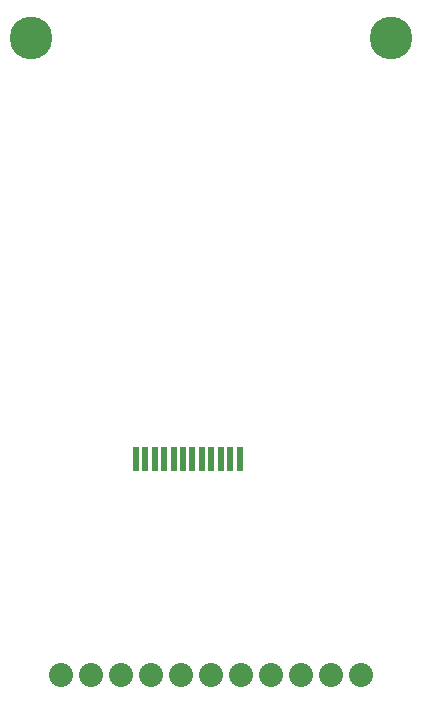
<source format=gbr>
G04 EAGLE Gerber RS-274X export*
G75*
%MOMM*%
%FSLAX34Y34*%
%LPD*%
%INSoldermask Bottom*%
%IPPOS*%
%AMOC8*
5,1,8,0,0,1.08239X$1,22.5*%
G01*
%ADD10C,3.617600*%
%ADD11R,0.601600X2.101600*%
%ADD12C,2.032000*%


D10*
X330200Y565150D03*
X25400Y565150D03*
D11*
X201750Y208800D03*
X193750Y208800D03*
X185750Y208800D03*
X177750Y208800D03*
X169750Y208800D03*
X161750Y208800D03*
X153750Y208800D03*
X145750Y208800D03*
X137750Y208800D03*
X129750Y208800D03*
X121750Y208800D03*
X113750Y208800D03*
D12*
X50800Y25400D03*
X76200Y25400D03*
X101600Y25400D03*
X127000Y25400D03*
X152400Y25400D03*
X177800Y25400D03*
X203200Y25400D03*
X228600Y25400D03*
X254000Y25400D03*
X279400Y25400D03*
X304800Y25400D03*
M02*

</source>
